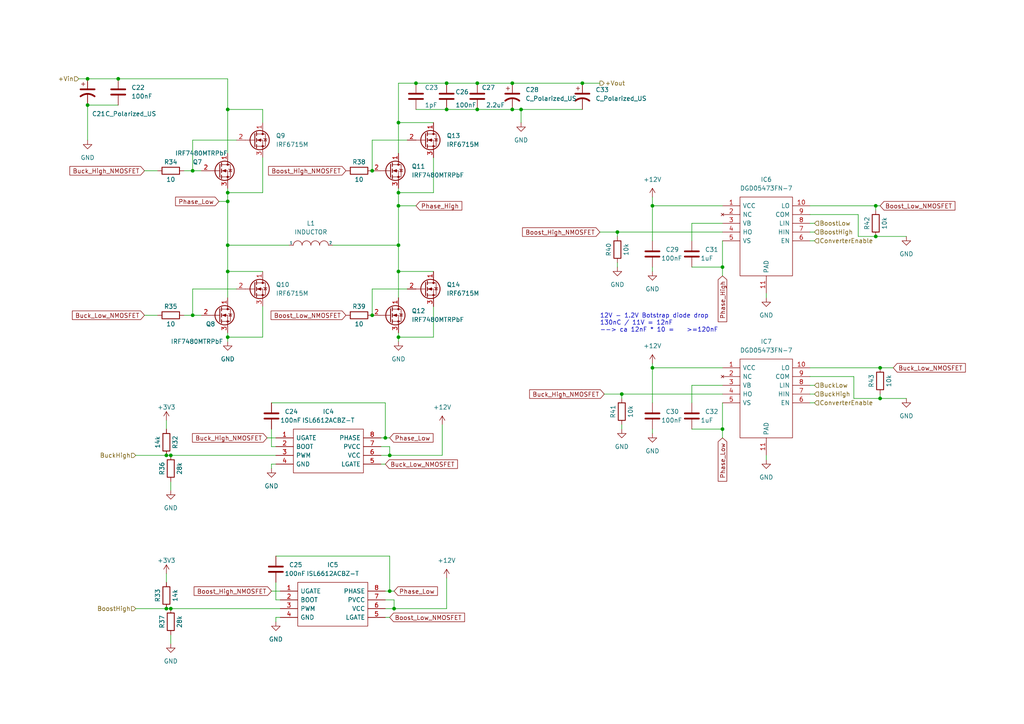
<source format=kicad_sch>
(kicad_sch (version 20211123) (generator eeschema)
  (paper "A4")
  (lib_symbols
    (symbol "Device:C" (pin_numbers hide) (pin_names (offset 0.254))
      (property "Reference" "C" (at 0.635 2.54 0))
      (property "Value" "C" (at 0.635 -2.54 0))
      (symbol "C_0_1"
        (polyline (pts (xy -2.032 -0.762) (xy 2.032 -0.762)) (stroke (width 0.508)))
        (polyline (pts (xy -2.032 0.762) (xy 2.032 0.762)) (stroke (width 0.508)))
      )
      (symbol "C_1_1"
        (pin passive line (at 0 3.81 270) (length 2.794) (name "~") (number "1"))
        (pin passive line (at 0 -3.81 90) (length 2.794) (name "~") (number "2"))
      )
    )
    (symbol "Device:C_Polarized_US" (pin_numbers hide) (pin_names (offset 0.254) hide)
      (property "Reference" "C" (at 0.635 2.54 0))
      (property "Value" "C_Polarized_US" (at 0.635 -2.54 0))
      (symbol "C_Polarized_US_0_1"
        (polyline (pts (xy -2.032 0.762) (xy 2.032 0.762)) (stroke (width 0.508)))
        (polyline (pts (xy -1.778 2.286) (xy -0.762 2.286)))
        (polyline (pts (xy -1.27 1.778) (xy -1.27 2.794)))
        (arc (start 2.032 -1.27) (mid 0 -0.5572) (end -2.032 -1.27) (stroke (width 0.508)))
      )
      (symbol "C_Polarized_US_1_1"
        (pin passive line (at 0 3.81 270) (length 2.794) (name "~") (number "1"))
        (pin passive line (at 0 -3.81 90) (length 3.302) (name "~") (number "2"))
      )
    )
    (symbol "Device:R" (pin_numbers hide) (pin_names (offset 0))
      (property "Reference" "R" (at 2.032 0 90))
      (property "Value" "R" (at 0 0 90))
      (symbol "R_0_1"
        (rectangle (start -1.016 -2.54) (end 1.016 2.54) (stroke (width 0.254)))
      )
      (symbol "R_1_1"
        (pin passive line (at 0 3.81 270) (length 1.27) (name "~") (number "1"))
        (pin passive line (at 0 -3.81 90) (length 1.27) (name "~") (number "2"))
      )
    )
    (symbol "SamacSys_Parts:DGD05473FN-7" (pin_names (offset 0.762))
      (property "Reference" "IC" (at 21.59 7.62 0))
      (property "Value" "DGD05473FN-7" (at 21.59 5.08 0))
      (symbol "DGD05473FN-7_0_0"
        (pin passive line (at 0 0 0) (length 5.08) (name "VCC") (number "1"))
        (pin passive line (at 25.4 0 180) (length 5.08) (name "LO") (number "10"))
        (pin passive line (at 12.7 -25.4 90) (length 5.08) (name "PAD") (number "11"))
        (pin no_connect line (at 0 -2.54 0) (length 5.08) (name "NC") (number "2"))
        (pin passive line (at 0 -5.08 0) (length 5.08) (name "VB") (number "3"))
        (pin passive line (at 0 -7.62 0) (length 5.08) (name "HO") (number "4"))
        (pin passive line (at 0 -10.16 0) (length 5.08) (name "VS") (number "5"))
        (pin passive line (at 25.4 -10.16 180) (length 5.08) (name "EN") (number "6"))
        (pin passive line (at 25.4 -7.62 180) (length 5.08) (name "HIN") (number "7"))
        (pin passive line (at 25.4 -5.08 180) (length 5.08) (name "LIN") (number "8"))
        (pin passive line (at 25.4 -2.54 180) (length 5.08) (name "COM") (number "9"))
      )
      (symbol "DGD05473FN-7_0_1"
        (polyline (pts (xy 5.08 2.54) (xy 20.32 2.54) (xy 20.32 -20.32) (xy 5.08 -20.32) (xy 5.08 2.54)) (stroke (width 0.1524)))
      )
    )
    (symbol "SamacSys_Parts:ISL6612ACBZ-T" (pin_names (offset 0.762))
      (property "Reference" "IC" (at 26.67 7.62 0))
      (property "Value" "ISL6612ACBZ-T" (at 26.67 5.08 0))
      (symbol "ISL6612ACBZ-T_0_0"
        (pin passive line (at 0 0 0) (length 5.08) (name "UGATE") (number "1"))
        (pin passive line (at 0 -2.54 0) (length 5.08) (name "BOOT") (number "2"))
        (pin passive line (at 0 -5.08 0) (length 5.08) (name "PWM") (number "3"))
        (pin passive line (at 0 -7.62 0) (length 5.08) (name "GND") (number "4"))
        (pin passive line (at 30.48 -7.62 180) (length 5.08) (name "LGATE") (number "5"))
        (pin passive line (at 30.48 -5.08 180) (length 5.08) (name "VCC") (number "6"))
        (pin passive line (at 30.48 -2.54 180) (length 5.08) (name "PVCC") (number "7"))
        (pin passive line (at 30.48 0 180) (length 5.08) (name "PHASE") (number "8"))
      )
      (symbol "ISL6612ACBZ-T_0_1"
        (polyline (pts (xy 5.08 2.54) (xy 25.4 2.54) (xy 25.4 -10.16) (xy 5.08 -10.16) (xy 5.08 2.54)) (stroke (width 0.1524)))
      )
    )
    (symbol "Transistor_FET:IRF60DM206" (pin_names hide)
      (property "Reference" "Q" (at 5.08 1.905 0))
      (property "Value" "IRF60DM206" (at 5.08 0 0))
      (symbol "IRF60DM206_0_1"
        (polyline (pts (xy 0.254 0) (xy -2.54 0)))
        (polyline (pts (xy 0.254 1.905) (xy 0.254 -1.905)) (stroke (width 0.254)))
        (polyline (pts (xy 0.762 -1.27) (xy 0.762 -2.286)) (stroke (width 0.254)))
        (polyline (pts (xy 0.762 0.508) (xy 0.762 -0.508)) (stroke (width 0.254)))
        (polyline (pts (xy 0.762 2.286) (xy 0.762 1.27)) (stroke (width 0.254)))
        (polyline (pts (xy 2.54 2.54) (xy 2.54 1.778)))
        (polyline (pts (xy 2.54 -2.54) (xy 2.54 0) (xy 0.762 0)))
        (polyline (pts (xy 0.762 -1.778) (xy 3.302 -1.778) (xy 3.302 1.778) (xy 0.762 1.778)))
        (polyline (pts (xy 1.016 0) (xy 2.032 0.381) (xy 2.032 -0.381) (xy 1.016 0)) (fill (type outline)))
        (polyline (pts (xy 2.794 0.508) (xy 2.921 0.381) (xy 3.683 0.381) (xy 3.81 0.254)))
        (polyline (pts (xy 3.302 0.381) (xy 2.921 -0.254) (xy 3.683 -0.254) (xy 3.302 0.381)))
        (circle (center 1.651 0) (radius 2.794) (stroke (width 0.254)))
        (circle (center 2.54 -1.778) (radius 0.254) (fill (type outline)))
        (circle (center 2.54 1.778) (radius 0.254) (fill (type outline)))
      )
      (symbol "IRF60DM206_1_1"
        (pin passive line (at 2.54 5.08 270) (length 2.54) (name "D") (number "1"))
        (pin input line (at -5.08 0 0) (length 2.54) (name "G") (number "2"))
        (pin passive line (at 2.54 -5.08 90) (length 2.54) (name "S") (number "3"))
      )
    )
    (symbol "Transistor_FET:IRF6715M" (pin_names hide)
      (property "Reference" "Q" (at 5.08 1.905 0))
      (property "Value" "IRF6715M" (at 5.08 0 0))
      (symbol "IRF6715M_0_1"
        (polyline (pts (xy 0.254 0) (xy -2.54 0)))
        (polyline (pts (xy 0.254 1.905) (xy 0.254 -1.905)) (stroke (width 0.254)))
        (polyline (pts (xy 0.762 -1.27) (xy 0.762 -2.286)) (stroke (width 0.254)))
        (polyline (pts (xy 0.762 0.508) (xy 0.762 -0.508)) (stroke (width 0.254)))
        (polyline (pts (xy 0.762 2.286) (xy 0.762 1.27)) (stroke (width 0.254)))
        (polyline (pts (xy 2.54 2.54) (xy 2.54 1.778)))
        (polyline (pts (xy 2.54 -2.54) (xy 2.54 0) (xy 0.762 0)))
        (polyline (pts (xy 0.762 -1.778) (xy 3.302 -1.778) (xy 3.302 1.778) (xy 0.762 1.778)))
        (polyline (pts (xy 1.016 0) (xy 2.032 0.381) (xy 2.032 -0.381) (xy 1.016 0)) (fill (type outline)))
        (polyline (pts (xy 2.794 0.508) (xy 2.921 0.381) (xy 3.683 0.381) (xy 3.81 0.254)))
        (polyline (pts (xy 3.302 0.381) (xy 2.921 -0.254) (xy 3.683 -0.254) (xy 3.302 0.381)))
        (circle (center 1.651 0) (radius 2.794) (stroke (width 0.254)))
        (circle (center 2.54 -1.778) (radius 0.254) (fill (type outline)))
        (circle (center 2.54 1.778) (radius 0.254) (fill (type outline)))
      )
      (symbol "IRF6715M_1_1"
        (pin passive line (at 2.54 5.08 270) (length 2.54) (name "D") (number "1"))
        (pin input line (at -5.08 0 0) (length 2.54) (name "G") (number "2"))
        (pin passive line (at 2.54 -5.08 90) (length 2.54) (name "S") (number "3"))
      )
    )
    (symbol "power:+12V" (power) (pin_names (offset 0))
      (property "Value" "+12V" (at 0 3.556 0))
      (symbol "+12V_0_1"
        (polyline (pts (xy -0.762 1.27) (xy 0 2.54)))
        (polyline (pts (xy 0 0) (xy 0 2.54)))
        (polyline (pts (xy 0 2.54) (xy 0.762 1.27)))
      )
      (symbol "+12V_1_1"
        (pin power_in line (at 0 0 90) (length 0) hide (name "+12V") (number "1"))
      )
    )
    (symbol "power:+3V3" (power) (pin_names (offset 0))
      (property "Value" "+3V3" (at 0 3.556 0))
      (symbol "+3V3_0_1"
        (polyline (pts (xy -0.762 1.27) (xy 0 2.54)))
        (polyline (pts (xy 0 0) (xy 0 2.54)))
        (polyline (pts (xy 0 2.54) (xy 0.762 1.27)))
      )
      (symbol "+3V3_1_1"
        (pin power_in line (at 0 0 90) (length 0) hide (name "+3V3") (number "1"))
      )
    )
    (symbol "power:GND" (power) (pin_names (offset 0))
      (property "Value" "GND" (at 0 -3.81 0))
      (symbol "GND_0_1"
        (polyline (pts (xy 0 0) (xy 0 -1.27) (xy 1.27 -1.27) (xy 0 -2.54) (xy -1.27 -1.27) (xy 0 -1.27)))
      )
      (symbol "GND_1_1"
        (pin power_in line (at 0 0 270) (length 0) hide (name "GND") (number "1"))
      )
    )
    (symbol "pspice:INDUCTOR" (pin_numbers hide) (pin_names (offset 0))
      (property "Reference" "L" (at 0 2.54 0))
      (property "Value" "INDUCTOR" (at 0 -1.27 0))
      (symbol "INDUCTOR_0_1"
        (arc (start -2.54 0) (mid -3.81 1.27) (end -5.08 0))
        (arc (start 0 0) (mid -1.27 1.27) (end -2.54 0))
        (arc (start 2.54 0) (mid 1.27 1.27) (end 0 0))
        (arc (start 5.08 0) (mid 3.81 1.27) (end 2.54 0))
      )
      (symbol "INDUCTOR_1_1"
        (pin input line (at -6.35 0 0) (length 1.27) (name "1") (number "1"))
        (pin input line (at 6.35 0 180) (length 1.27) (name "2") (number "2"))
      )
    )
  )
  (junction (at 151.13 31.75))
  (junction (at 66.04 71.12))
  (junction (at 115.57 97.79))
  (junction (at 48.26 176.53))
  (junction (at 180.34 114.3))
  (junction (at 66.04 97.79))
  (junction (at 148.59 24.13))
  (junction (at 113.03 171.45))
  (junction (at 138.43 31.75))
  (junction (at 254 59.69))
  (junction (at 107.95 49.53))
  (junction (at 129.54 31.75))
  (junction (at 48.26 132.08))
  (junction (at 209.55 124.46))
  (junction (at 34.29 22.86))
  (junction (at 179.07 67.31))
  (junction (at 115.57 78.74))
  (junction (at 254 68.58))
  (junction (at 66.04 78.74))
  (junction (at 25.4 22.86))
  (junction (at 189.23 59.69))
  (junction (at 115.57 71.12))
  (junction (at 115.57 59.69))
  (junction (at 120.65 24.13))
  (junction (at 255.27 115.57))
  (junction (at 189.23 106.68))
  (junction (at 129.54 24.13))
  (junction (at 107.95 91.44))
  (junction (at 111.76 127))
  (junction (at 168.91 24.13))
  (junction (at 115.57 35.56))
  (junction (at 49.53 176.53))
  (junction (at 25.4 30.48))
  (junction (at 138.43 24.13))
  (junction (at 113.03 132.08))
  (junction (at 148.59 31.75))
  (junction (at 114.3 176.53))
  (junction (at 55.88 49.53))
  (junction (at 49.53 132.08))
  (junction (at 55.88 91.44))
  (junction (at 66.04 55.88))
  (junction (at 255.27 106.68))
  (junction (at 209.55 77.47))
  (junction (at 66.04 31.75))
  (junction (at 115.57 55.88))
  (junction (at 66.04 58.42))
  (wire (pts (xy 76.2 55.88) (xy 66.04 55.88)))
  (wire (pts (xy 209.55 124.46) (xy 209.55 127)))
  (wire (pts (xy 189.23 105.41) (xy 189.23 106.68)))
  (wire (pts (xy 80.01 161.29) (xy 113.03 161.29)))
  (wire (pts (xy 200.66 77.47) (xy 209.55 77.47)))
  (wire (pts (xy 78.74 171.45) (xy 81.28 171.45)))
  (wire (pts (xy 114.3 176.53) (xy 111.76 176.53)))
  (wire (pts (xy 53.34 91.44) (xy 55.88 91.44)))
  (wire (pts (xy 125.73 88.9) (xy 125.73 97.79)))
  (wire (pts (xy 234.95 106.68) (xy 255.27 106.68)))
  (wire (pts (xy 66.04 54.61) (xy 66.04 55.88)))
  (wire (pts (xy 151.13 31.75) (xy 151.13 35.56)))
  (wire (pts (xy 129.54 31.75) (xy 138.43 31.75)))
  (wire (pts (xy 115.57 78.74) (xy 115.57 86.36)))
  (wire (pts (xy 111.76 173.99) (xy 114.3 173.99)))
  (wire (pts (xy 107.95 83.82) (xy 107.95 91.44)))
  (wire (pts (xy 25.4 22.86) (xy 34.29 22.86)))
  (wire (pts (xy 48.26 132.08) (xy 49.53 132.08)))
  (wire (pts (xy 189.23 125.73) (xy 189.23 124.46)))
  (wire (pts (xy 151.13 31.75) (xy 148.59 31.75)))
  (wire (pts (xy 22.86 22.86) (xy 25.4 22.86)))
  (wire (pts (xy 80.01 168.91) (xy 80.01 173.99)))
  (wire (pts (xy 34.29 22.86) (xy 66.04 22.86)))
  (wire (pts (xy 234.95 69.85) (xy 236.22 69.85)))
  (wire (pts (xy 189.23 57.15) (xy 189.23 59.69)))
  (wire (pts (xy 76.2 88.9) (xy 76.2 97.79)))
  (wire (pts (xy 78.74 116.84) (xy 111.76 116.84)))
  (wire (pts (xy 247.65 115.57) (xy 247.65 109.22)))
  (wire (pts (xy 66.04 55.88) (xy 66.04 58.42)))
  (wire (pts (xy 125.73 97.79) (xy 115.57 97.79)))
  (wire (pts (xy 129.54 24.13) (xy 120.65 24.13)))
  (wire (pts (xy 189.23 106.68) (xy 189.23 116.84)))
  (wire (pts (xy 25.4 30.48) (xy 34.29 30.48)))
  (wire (pts (xy 180.34 123.19) (xy 180.34 124.46)))
  (wire (pts (xy 113.03 179.07) (xy 111.76 179.07)))
  (wire (pts (xy 55.88 40.64) (xy 68.58 40.64)))
  (wire (pts (xy 111.76 127) (xy 110.49 127)))
  (wire (pts (xy 128.27 132.08) (xy 113.03 132.08)))
  (wire (pts (xy 111.76 134.62) (xy 110.49 134.62)))
  (wire (pts (xy 189.23 59.69) (xy 209.55 59.69)))
  (wire (pts (xy 78.74 129.54) (xy 80.01 129.54)))
  (wire (pts (xy 66.04 31.75) (xy 66.04 44.45)))
  (wire (pts (xy 107.95 83.82) (xy 118.11 83.82)))
  (wire (pts (xy 49.53 176.53) (xy 81.28 176.53)))
  (wire (pts (xy 179.07 77.47) (xy 179.07 76.2)))
  (wire (pts (xy 236.22 111.76) (xy 234.95 111.76)))
  (wire (pts (xy 41.91 91.44) (xy 45.72 91.44)))
  (wire (pts (xy 200.66 124.46) (xy 209.55 124.46)))
  (wire (pts (xy 107.95 40.64) (xy 118.11 40.64)))
  (wire (pts (xy 125.73 45.72) (xy 125.73 55.88)))
  (wire (pts (xy 114.3 173.99) (xy 114.3 176.53)))
  (wire (pts (xy 125.73 55.88) (xy 115.57 55.88)))
  (wire (pts (xy 115.57 59.69) (xy 120.65 59.69)))
  (wire (pts (xy 48.26 176.53) (xy 49.53 176.53)))
  (wire (pts (xy 248.92 62.23) (xy 234.95 62.23)))
  (wire (pts (xy 49.53 132.08) (xy 80.01 132.08)))
  (wire (pts (xy 115.57 97.79) (xy 115.57 96.52)))
  (wire (pts (xy 129.54 167.64) (xy 129.54 176.53)))
  (wire (pts (xy 76.2 45.72) (xy 76.2 55.88)))
  (wire (pts (xy 115.57 35.56) (xy 115.57 44.45)))
  (wire (pts (xy 209.55 77.47) (xy 209.55 80.01)))
  (wire (pts (xy 200.66 64.77) (xy 209.55 64.77)))
  (wire (pts (xy 236.22 64.77) (xy 234.95 64.77)))
  (wire (pts (xy 48.26 121.92) (xy 48.26 124.46)))
  (wire (pts (xy 128.27 123.19) (xy 128.27 132.08)))
  (wire (pts (xy 115.57 59.69) (xy 115.57 71.12)))
  (wire (pts (xy 63.5 58.42) (xy 66.04 58.42)))
  (wire (pts (xy 78.74 134.62) (xy 80.01 134.62)))
  (wire (pts (xy 168.91 31.75) (xy 151.13 31.75)))
  (wire (pts (xy 115.57 35.56) (xy 125.73 35.56)))
  (wire (pts (xy 120.65 24.13) (xy 115.57 24.13)))
  (wire (pts (xy 77.47 127) (xy 80.01 127)))
  (wire (pts (xy 254 68.58) (xy 248.92 68.58)))
  (wire (pts (xy 55.88 40.64) (xy 55.88 49.53)))
  (wire (pts (xy 66.04 71.12) (xy 66.04 78.74)))
  (wire (pts (xy 115.57 55.88) (xy 115.57 59.69)))
  (wire (pts (xy 55.88 91.44) (xy 58.42 91.44)))
  (wire (pts (xy 189.23 59.69) (xy 189.23 69.85)))
  (wire (pts (xy 78.74 134.62) (xy 78.74 135.89)))
  (wire (pts (xy 55.88 83.82) (xy 55.88 91.44)))
  (wire (pts (xy 247.65 109.22) (xy 234.95 109.22)))
  (wire (pts (xy 236.22 67.31) (xy 234.95 67.31)))
  (wire (pts (xy 80.01 173.99) (xy 81.28 173.99)))
  (wire (pts (xy 255.27 59.69) (xy 254 59.69)))
  (wire (pts (xy 209.55 69.85) (xy 209.55 77.47)))
  (wire (pts (xy 189.23 106.68) (xy 209.55 106.68)))
  (wire (pts (xy 114.3 171.45) (xy 113.03 171.45)))
  (wire (pts (xy 78.74 124.46) (xy 78.74 129.54)))
  (wire (pts (xy 66.04 31.75) (xy 76.2 31.75)))
  (wire (pts (xy 115.57 99.06) (xy 115.57 97.79)))
  (wire (pts (xy 138.43 31.75) (xy 148.59 31.75)))
  (wire (pts (xy 254 59.69) (xy 234.95 59.69)))
  (wire (pts (xy 113.03 132.08) (xy 110.49 132.08)))
  (wire (pts (xy 180.34 115.57) (xy 180.34 114.3)))
  (wire (pts (xy 254 60.96) (xy 254 59.69)))
  (wire (pts (xy 168.91 24.13) (xy 148.59 24.13)))
  (wire (pts (xy 110.49 129.54) (xy 113.03 129.54)))
  (wire (pts (xy 262.89 115.57) (xy 255.27 115.57)))
  (wire (pts (xy 255.27 114.3) (xy 255.27 115.57)))
  (wire (pts (xy 209.55 116.84) (xy 209.55 124.46)))
  (wire (pts (xy 255.27 115.57) (xy 247.65 115.57)))
  (wire (pts (xy 66.04 97.79) (xy 66.04 96.52)))
  (wire (pts (xy 96.52 71.12) (xy 115.57 71.12)))
  (wire (pts (xy 179.07 67.31) (xy 209.55 67.31)))
  (wire (pts (xy 248.92 68.58) (xy 248.92 62.23)))
  (wire (pts (xy 113.03 171.45) (xy 111.76 171.45)))
  (wire (pts (xy 115.57 54.61) (xy 115.57 55.88)))
  (wire (pts (xy 39.37 132.08) (xy 48.26 132.08)))
  (wire (pts (xy 66.04 99.06) (xy 66.04 97.79)))
  (wire (pts (xy 222.25 133.35) (xy 222.25 132.08)))
  (wire (pts (xy 189.23 78.74) (xy 189.23 77.47)))
  (wire (pts (xy 49.53 184.15) (xy 49.53 186.69)))
  (wire (pts (xy 49.53 139.7) (xy 49.53 142.24)))
  (wire (pts (xy 25.4 30.48) (xy 25.4 40.64)))
  (wire (pts (xy 138.43 24.13) (xy 129.54 24.13)))
  (wire (pts (xy 66.04 22.86) (xy 66.04 31.75)))
  (wire (pts (xy 259.08 106.68) (xy 255.27 106.68)))
  (wire (pts (xy 41.91 49.53) (xy 45.72 49.53)))
  (wire (pts (xy 173.99 24.13) (xy 168.91 24.13)))
  (wire (pts (xy 222.25 86.36) (xy 222.25 85.09)))
  (wire (pts (xy 200.66 111.76) (xy 209.55 111.76)))
  (wire (pts (xy 175.26 114.3) (xy 180.34 114.3)))
  (wire (pts (xy 115.57 71.12) (xy 115.57 78.74)))
  (wire (pts (xy 76.2 97.79) (xy 66.04 97.79)))
  (wire (pts (xy 234.95 116.84) (xy 236.22 116.84)))
  (wire (pts (xy 115.57 78.74) (xy 125.73 78.74)))
  (wire (pts (xy 113.03 161.29) (xy 113.03 171.45)))
  (wire (pts (xy 262.89 68.58) (xy 254 68.58)))
  (wire (pts (xy 200.66 69.85) (xy 200.66 64.77)))
  (wire (pts (xy 129.54 176.53) (xy 114.3 176.53)))
  (wire (pts (xy 113.03 129.54) (xy 113.03 132.08)))
  (wire (pts (xy 39.37 176.53) (xy 48.26 176.53)))
  (wire (pts (xy 80.01 179.07) (xy 81.28 179.07)))
  (wire (pts (xy 53.34 49.53) (xy 55.88 49.53)))
  (wire (pts (xy 138.43 24.13) (xy 148.59 24.13)))
  (wire (pts (xy 55.88 83.82) (xy 68.58 83.82)))
  (wire (pts (xy 111.76 116.84) (xy 111.76 127)))
  (wire (pts (xy 66.04 78.74) (xy 76.2 78.74)))
  (wire (pts (xy 173.99 67.31) (xy 179.07 67.31)))
  (wire (pts (xy 115.57 24.13) (xy 115.57 35.56)))
  (wire (pts (xy 66.04 58.42) (xy 66.04 71.12)))
  (wire (pts (xy 48.26 166.37) (xy 48.26 168.91)))
  (wire (pts (xy 76.2 31.75) (xy 76.2 35.56)))
  (wire (pts (xy 113.03 127) (xy 111.76 127)))
  (wire (pts (xy 107.95 40.64) (xy 107.95 49.53)))
  (wire (pts (xy 179.07 68.58) (xy 179.07 67.31)))
  (wire (pts (xy 66.04 78.74) (xy 66.04 86.36)))
  (wire (pts (xy 180.34 114.3) (xy 209.55 114.3)))
  (wire (pts (xy 200.66 116.84) (xy 200.66 111.76)))
  (wire (pts (xy 120.65 31.75) (xy 129.54 31.75)))
  (wire (pts (xy 66.04 71.12) (xy 83.82 71.12)))
  (wire (pts (xy 55.88 49.53) (xy 58.42 49.53)))
  (wire (pts (xy 80.01 179.07) (xy 80.01 180.34)))
  (wire (pts (xy 236.22 114.3) (xy 234.95 114.3)))
  (text "12V - 1.2V Botstrap diode drop \n130nC / 11V = 12nF\n--> ca 12nF * 10 = 	>=120nF" (at 173.99 96.52 0) (effects (font (size 1.27 1.27)) (justify left bottom)))
  (global_label "Buck_High_NMOSFET" (shape input) (at 175.26 114.3 180) (property "Intersheet References" "${INTERSHEET_REFS}" (effects hide)))
  (global_label "Phase_High" (shape input) (at 209.55 80.01 270) (property "Intersheet References" "${INTERSHEET_REFS}" (effects hide)))
  (global_label "Phase_Low" (shape input) (at 209.55 127 270) (property "Intersheet References" "${INTERSHEET_REFS}" (effects hide)))
  (global_label "Boost_High_NMOSFET" (shape input) (at 100.33 49.53 180) (property "Intersheet References" "${INTERSHEET_REFS}" (effects hide)))
  (global_label "Buck_Low_NMOSFET" (shape input) (at 259.08 106.68 0) (property "Intersheet References" "${INTERSHEET_REFS}" (effects hide)))
  (global_label "Boost_High_NMOSFET" (shape input) (at 78.74 171.45 180) (property "Intersheet References" "${INTERSHEET_REFS}" (effects hide)))
  (global_label "Buck_High_NMOSFET" (shape input) (at 41.91 49.53 180) (property "Intersheet References" "${INTERSHEET_REFS}" (effects hide)))
  (global_label "Phase_Low" (shape input) (at 63.5 58.42 180) (property "Intersheet References" "${INTERSHEET_REFS}" (effects hide)))
  (global_label "Boost_Low_NMOSFET" (shape input) (at 100.33 91.44 180) (property "Intersheet References" "${INTERSHEET_REFS}" (effects hide)))
  (global_label "Boost_High_NMOSFET" (shape input) (at 173.99 67.31 180) (property "Intersheet References" "${INTERSHEET_REFS}" (effects hide)))
  (global_label "Boost_Low_NMOSFET" (shape input) (at 255.27 59.69 0) (property "Intersheet References" "${INTERSHEET_REFS}" (effects hide)))
  (global_label "Buck_Low_NMOSFET" (shape input) (at 41.91 91.44 180) (property "Intersheet References" "${INTERSHEET_REFS}" (effects hide)))
  (global_label "Phase_High" (shape input) (at 120.65 59.69 0) (property "Intersheet References" "${INTERSHEET_REFS}" (effects hide)))
  (global_label "Buck_High_NMOSFET" (shape input) (at 77.47 127 180) (property "Intersheet References" "${INTERSHEET_REFS}" (effects hide)))
  (global_label "Phase_Low" (shape input) (at 113.03 127 0) (property "Intersheet References" "${INTERSHEET_REFS}" (effects hide)))
  (global_label "Buck_Low_NMOSFET" (shape input) (at 111.76 134.62 0) (property "Intersheet References" "${INTERSHEET_REFS}" (effects hide)))
  (global_label "Boost_Low_NMOSFET" (shape input) (at 113.03 179.07 0) (property "Intersheet References" "${INTERSHEET_REFS}" (effects hide)))
  (global_label "Phase_Low" (shape input) (at 114.3 171.45 0) (property "Intersheet References" "${INTERSHEET_REFS}" (effects hide)))
  (hierarchical_label "BoostHigh" (shape input) (at 236.22 67.31 0))
  (hierarchical_label "BoostLow" (shape input) (at 236.22 64.77 0))
  (hierarchical_label "+Vout" (shape output) (at 173.99 24.13 0))
  (hierarchical_label "BuckHigh" (shape input) (at 39.37 132.08 180))
  (hierarchical_label "ConverterEnable" (shape input) (at 236.22 116.84 0))
  (hierarchical_label "ConverterEnable" (shape input) (at 236.22 69.85 0))
  (hierarchical_label "+Vin" (shape input) (at 22.86 22.86 180))
  (hierarchical_label "BuckLow" (shape input) (at 236.22 111.76 0))
  (hierarchical_label "BoostHigh" (shape input) (at 39.37 176.53 180))
  (hierarchical_label "BuckHigh" (shape input) (at 236.22 114.3 0))
  (symbol (lib_id "SamacSys_Parts:DGD05473FN-7") (at 209.55 59.69 0) (unit 1)
    (property "Reference" "IC6" (at 222.25 52.07 0))
    (property "Value" "DGD05473FN-7" (at 222.25 54.61 0))
    (property "Footprint" "SamacSys_Parts:SON50P300X300X80-11N-D" (effects hide))
    (property "Datasheet" "https://www.diodes.com/assets/Datasheets/DGD05473.pdf" (effects hide))
    (property "Description" "HV Gate Driver W-DFN3030-10 T&R 3K" (effects hide))
    (property "Height" "0.8" (effects hide))
    (property "Manufacturer_Name" "Diodes Inc." (effects hide))
    (property "Manufacturer_Part_Number" "DGD05473FN-7" (effects hide))
    (property "Mouser Part Number" "621-DGD05473FN-7" (effects hide))
    (property "Mouser Price/Stock" "https://www.mouser.co.uk/ProductDetail/Diodes-Incorporated/DGD05473FN-7?qs=W0yvOO0ixfECV6JdMBa%2F6g%3D%3D" (effects hide))
    (property "Arrow Part Number" "DGD05473FN-7" (effects hide))
    (property "Arrow Price/Stock" "https://www.arrow.com/en/products/dgd05473fn-7/diodes-incorporated?region=nac" (effects hide))
  )
  (symbol (lib_id "Device:R") (at 49.53 91.44 270) (unit 1)
    (property "Reference" "R35" (at 49.53 88.9 90))
    (property "Value" "10" (at 49.53 93.98 90))
    (property "Footprint" "Resistor_SMD:R_0805_2012Metric_Pad1.20x1.40mm_HandSolder" (effects hide))
  )
  (symbol (lib_id "Device:C_Polarized_US") (at 168.91 27.94 0) (unit 1)
    (property "Reference" "C33" (at 172.72 26.0349 0) (effects (justify left)))
    (property "Value" "C_Polarized_US" (at 172.72 28.5749 0) (effects (justify left)))
    (property "Footprint" "Capacitor_THT:CP_Radial_D10.0mm_P5.00mm" (effects hide))
  )
  (symbol (lib_id "power:GND") (at 222.25 86.36 0) (unit 1)
    (property "Reference" "#PWR0176" (effects hide))
    (property "Value" "GND" (at 222.25 91.44 0))
  )
  (symbol (lib_id "Device:C") (at 120.65 27.94 0) (unit 1)
    (property "Reference" "C23" (at 123.19 25.4 0) (effects (justify left)))
    (property "Value" "1pF" (at 123.19 30.48 0) (effects (justify left)))
    (property "Footprint" "Capacitor_SMD:C_0805_2012Metric_Pad1.18x1.45mm_HandSolder" (effects hide))
  )
  (symbol (lib_id "power:GND") (at 66.04 99.06 0) (unit 1)
    (property "Reference" "#PWR0182" (effects hide))
    (property "Value" "GND" (at 66.04 104.14 0))
  )
  (symbol (lib_id "Transistor_FET:IRF6715M") (at 73.66 40.64 0) (unit 1)
    (property "Reference" "Q9" (at 80.01 39.3699 0) (effects (justify left)))
    (property "Value" "IRF6715M" (at 80.01 41.9099 0) (effects (justify left)))
    (property "Footprint" "Package_DirectFET:DirectFET_MX" (effects hide))
    (property "Datasheet" "https://www.infineon.com/dgdl/irf6715mpbf.pdf?fileId=5546d462533600a4015355ed0d221a82" (effects hide))
  )
  (symbol (lib_id "power:GND") (at 25.4 40.64 0) (unit 1)
    (property "Reference" "#PWR0173" (effects hide))
    (property "Value" "GND" (at 25.4 45.72 0))
  )
  (symbol (lib_id "power:GND") (at 80.01 180.34 0) (unit 1)
    (property "Reference" "#PWR0186" (effects hide))
    (property "Value" "GND" (at 80.01 185.42 0))
  )
  (symbol (lib_id "Device:R") (at 180.34 119.38 0) (unit 1)
    (property "Reference" "R41" (at 177.8 119.38 90))
    (property "Value" "10k" (at 182.88 119.38 90))
    (property "Footprint" "Resistor_SMD:R_0603_1608Metric_Pad0.98x0.95mm_HandSolder" (effects hide))
  )
  (symbol (lib_id "power:GND") (at 189.23 125.73 0) (unit 1)
    (property "Reference" "#PWR0175" (effects hide))
    (property "Value" "GND" (at 189.23 130.81 0))
  )
  (symbol (lib_id "Device:C") (at 78.74 120.65 0) (unit 1)
    (property "Reference" "C24" (at 82.55 119.3799 0) (effects (justify left)))
    (property "Value" "100nF" (at 81.28 121.92 0) (effects (justify left)))
    (property "Footprint" "Capacitor_SMD:C_0805_2012Metric_Pad1.18x1.45mm_HandSolder" (effects hide))
  )
  (symbol (lib_id "power:GND") (at 49.53 186.69 0) (unit 1)
    (property "Reference" "#PWR0188" (effects hide))
    (property "Value" "GND" (at 49.53 191.77 0))
  )
  (symbol (lib_id "power:GND") (at 262.89 68.58 0) (unit 1)
    (property "Reference" "#PWR0184" (effects hide))
    (property "Value" "GND" (at 262.89 73.66 0))
  )
  (symbol (lib_id "power:+12V") (at 189.23 57.15 0) (unit 1)
    (property "Reference" "#PWR0177" (effects hide))
    (property "Value" "+12V" (at 189.23 52.07 0))
  )
  (symbol (lib_id "Device:R") (at 255.27 110.49 0) (unit 1)
    (property "Reference" "R43" (at 252.73 110.49 90))
    (property "Value" "10k" (at 257.81 110.49 90))
    (property "Footprint" "Resistor_SMD:R_0603_1608Metric_Pad0.98x0.95mm_HandSolder" (effects hide))
  )
  (symbol (lib_id "power:GND") (at 115.57 99.06 0) (unit 1)
    (property "Reference" "#PWR0183" (effects hide))
    (property "Value" "GND" (at 115.57 104.14 0))
  )
  (symbol (lib_id "Transistor_FET:IRF60DM206") (at 63.5 49.53 0) (unit 1)
    (property "Reference" "Q7" (at 55.88 46.99 0) (effects (justify left)))
    (property "Value" "IRF7480MTRPbF" (at 50.8 44.45 0) (effects (justify left)))
    (property "Footprint" "Package_DirectFET:DirectFET_ME" (effects hide))
    (property "Datasheet" "https://www.infineon.com/dgdl/irf60dm206.pdf?fileId=5546d462533600a4015355e433aa19ca" (effects hide))
  )
  (symbol (lib_id "Transistor_FET:IRF60DM206") (at 113.03 91.44 0) (unit 1)
    (property "Reference" "Q12" (at 119.38 90.1699 0) (effects (justify left)))
    (property "Value" "IRF7480MTRPbF" (at 119.38 92.7099 0) (effects (justify left)))
    (property "Footprint" "Package_DirectFET:DirectFET_ME" (effects hide))
    (property "Datasheet" "https://www.infineon.com/dgdl/irf60dm206.pdf?fileId=5546d462533600a4015355e433aa19ca" (effects hide))
  )
  (symbol (lib_id "SamacSys_Parts:ISL6612ACBZ-T") (at 80.01 127 0) (unit 1)
    (property "Reference" "IC4" (at 95.25 119.38 0))
    (property "Value" "ISL6612ACBZ-T" (at 95.25 121.92 0))
    (property "Footprint" "SamacSys_Parts:SOIC127P600X175-8N" (effects hide))
    (property "Datasheet" "https://www.renesas.com/en-us/www/doc/datasheet/isl6612a-13a.pdf" (effects hide))
    (property "Description" "Synchronous Drivers for Multiphase PWM Advanced Synchronous Rectified Buck MOSFET Drivers with Pre-POR OVP" (effects hide))
    (property "Height" "1.75" (effects hide))
    (property "Manufacturer_Name" "Renesas Electronics" (effects hide))
    (property "Manufacturer_Part_Number" "ISL6612ACBZ-T" (effects hide))
    (property "Mouser Part Number" "968-ISL6612ACBZ-T" (effects hide))
    (property "Mouser Price/Stock" "https://www.mouser.co.uk/ProductDetail/Renesas-Intersil/ISL6612ACBZ-T?qs=9fLuogzTs8J1vysItgeVmA%3D%3D" (effects hide))
  )
  (symbol (lib_id "power:+12V") (at 129.54 167.64 0) (unit 1)
    (property "Reference" "#PWR0169" (effects hide))
    (property "Value" "+12V" (at 129.54 162.56 0))
  )
  (symbol (lib_id "Transistor_FET:IRF60DM206") (at 63.5 91.44 0) (unit 1)
    (property "Reference" "Q8" (at 59.69 93.98 0) (effects (justify left)))
    (property "Value" "IRF7480MTRPbF" (at 49.53 99.06 0) (effects (justify left)))
    (property "Footprint" "Package_DirectFET:DirectFET_ME" (effects hide))
    (property "Datasheet" "https://www.infineon.com/dgdl/irf60dm206.pdf?fileId=5546d462533600a4015355e433aa19ca" (effects hide))
  )
  (symbol (lib_id "Device:R") (at 49.53 49.53 270) (unit 1)
    (property "Reference" "R34" (at 49.53 46.99 90))
    (property "Value" "10" (at 49.53 52.07 90))
    (property "Footprint" "Resistor_SMD:R_0805_2012Metric_Pad1.20x1.40mm_HandSolder" (effects hide))
  )
  (symbol (lib_id "power:GND") (at 189.23 78.74 0) (unit 1)
    (property "Reference" "#PWR0180" (effects hide))
    (property "Value" "GND" (at 189.23 83.82 0))
  )
  (symbol (lib_id "power:GND") (at 179.07 77.47 0) (unit 1)
    (property "Reference" "#PWR0181" (effects hide))
    (property "Value" "GND" (at 179.07 82.55 0))
  )
  (symbol (lib_id "Device:R") (at 49.53 135.89 0) (unit 1)
    (property "Reference" "R36" (at 46.99 135.89 90))
    (property "Value" "28k" (at 52.07 135.89 90))
    (property "Footprint" "Resistor_SMD:R_0603_1608Metric_Pad0.98x0.95mm_HandSolder" (effects hide))
  )
  (symbol (lib_id "power:GND") (at 222.25 133.35 0) (unit 1)
    (property "Reference" "#PWR0178" (effects hide))
    (property "Value" "GND" (at 222.25 138.43 0))
  )
  (symbol (lib_id "power:+12V") (at 189.23 105.41 0) (unit 1)
    (property "Reference" "#PWR0179" (effects hide))
    (property "Value" "+12V" (at 189.23 100.33 0))
  )
  (symbol (lib_id "pspice:INDUCTOR") (at 90.17 71.12 0) (unit 1)
    (property "Reference" "L1" (at 90.17 64.77 0))
    (property "Value" "INDUCTOR" (at 90.17 67.31 0))
  )
  (symbol (lib_id "power:GND") (at 151.13 35.56 0) (unit 1)
    (property "Reference" "#PWR0172" (effects hide))
    (property "Value" "GND" (at 151.13 40.64 0))
  )
  (symbol (lib_id "Device:C") (at 34.29 26.67 0) (unit 1)
    (property "Reference" "C22" (at 38.1 25.3999 0) (effects (justify left)))
    (property "Value" "100nF" (at 38.1 27.9399 0) (effects (justify left)))
    (property "Footprint" "Capacitor_SMD:C_0805_2012Metric_Pad1.18x1.45mm_HandSolder" (effects hide))
  )
  (symbol (lib_id "Device:R") (at 104.14 91.44 270) (unit 1)
    (property "Reference" "R39" (at 104.14 88.9 90))
    (property "Value" "10" (at 104.14 93.98 90))
    (property "Footprint" "Resistor_SMD:R_0805_2012Metric_Pad1.20x1.40mm_HandSolder" (effects hide))
  )
  (symbol (lib_id "Device:R") (at 48.26 172.72 0) (unit 1)
    (property "Reference" "R33" (at 45.72 172.72 90))
    (property "Value" "14k" (at 50.8 172.72 90))
    (property "Footprint" "Resistor_SMD:R_0603_1608Metric_Pad0.98x0.95mm_HandSolder" (effects hide))
  )
  (symbol (lib_id "SamacSys_Parts:ISL6612ACBZ-T") (at 81.28 171.45 0) (unit 1)
    (property "Reference" "IC5" (at 96.52 163.83 0))
    (property "Value" "ISL6612ACBZ-T" (at 96.52 166.37 0))
    (property "Footprint" "SamacSys_Parts:SOIC127P600X175-8N" (effects hide))
    (property "Datasheet" "https://www.renesas.com/en-us/www/doc/datasheet/isl6612a-13a.pdf" (effects hide))
    (property "Description" "Synchronous Drivers for Multiphase PWM Advanced Synchronous Rectified Buck MOSFET Drivers with Pre-POR OVP" (effects hide))
    (property "Height" "1.75" (effects hide))
    (property "Manufacturer_Name" "Renesas Electronics" (effects hide))
    (property "Manufacturer_Part_Number" "ISL6612ACBZ-T" (effects hide))
    (property "Mouser Part Number" "968-ISL6612ACBZ-T" (effects hide))
    (property "Mouser Price/Stock" "https://www.mouser.co.uk/ProductDetail/Renesas-Intersil/ISL6612ACBZ-T?qs=9fLuogzTs8J1vysItgeVmA%3D%3D" (effects hide))
  )
  (symbol (lib_id "power:+12V") (at 128.27 123.19 0) (unit 1)
    (property "Reference" "#PWR0171" (effects hide))
    (property "Value" "+12V" (at 128.27 118.11 0))
  )
  (symbol (lib_id "power:GND") (at 180.34 124.46 0) (unit 1)
    (property "Reference" "#PWR0174" (effects hide))
    (property "Value" "GND" (at 180.34 129.54 0))
  )
  (symbol (lib_id "power:GND") (at 78.74 135.89 0) (unit 1)
    (property "Reference" "#PWR0170" (effects hide))
    (property "Value" "GND" (at 78.74 140.97 0))
  )
  (symbol (lib_id "Device:C") (at 189.23 120.65 0) (unit 1)
    (property "Reference" "C30" (at 193.04 119.3799 0) (effects (justify left)))
    (property "Value" "100nF" (at 191.77 121.92 0) (effects (justify left)))
    (property "Footprint" "Capacitor_SMD:C_0805_2012Metric_Pad1.18x1.45mm_HandSolder" (effects hide))
  )
  (symbol (lib_id "Device:C_Polarized_US") (at 25.4 26.67 0) (unit 1)
    (property "Reference" "C21" (at 26.67 33.02 0) (effects (justify left)))
    (property "Value" "C_Polarized_US" (at 30.48 33.02 0) (effects (justify left)))
    (property "Footprint" "Capacitor_THT:CP_Radial_D10.0mm_P5.00mm" (effects hide))
  )
  (symbol (lib_id "Device:C") (at 129.54 27.94 0) (unit 1)
    (property "Reference" "C26" (at 132.08 26.67 0) (effects (justify left)))
    (property "Value" "100nF" (at 132.08 30.48 0) (effects (justify left)))
    (property "Footprint" "Capacitor_SMD:C_0805_2012Metric_Pad1.18x1.45mm_HandSolder" (effects hide))
  )
  (symbol (lib_id "power:+3V3") (at 48.26 166.37 0) (unit 1)
    (property "Reference" "#PWR0189" (effects hide))
    (property "Value" "+3V3" (at 48.26 162.56 0))
  )
  (symbol (lib_id "Device:R") (at 254 64.77 0) (unit 1)
    (property "Reference" "R42" (at 251.46 64.77 90))
    (property "Value" "10k" (at 256.54 64.77 90))
    (property "Footprint" "Resistor_SMD:R_0603_1608Metric_Pad0.98x0.95mm_HandSolder" (effects hide))
  )
  (symbol (lib_id "SamacSys_Parts:DGD05473FN-7") (at 209.55 106.68 0) (unit 1)
    (property "Reference" "IC7" (at 222.25 99.06 0))
    (property "Value" "DGD05473FN-7" (at 222.25 101.6 0))
    (property "Footprint" "SamacSys_Parts:SON50P300X300X80-11N-D" (effects hide))
    (property "Datasheet" "https://www.diodes.com/assets/Datasheets/DGD05473.pdf" (effects hide))
    (property "Description" "HV Gate Driver W-DFN3030-10 T&R 3K" (effects hide))
    (property "Height" "0.8" (effects hide))
    (property "Manufacturer_Name" "Diodes Inc." (effects hide))
    (property "Manufacturer_Part_Number" "DGD05473FN-7" (effects hide))
    (property "Mouser Part Number" "621-DGD05473FN-7" (effects hide))
    (property "Mouser Price/Stock" "https://www.mouser.co.uk/ProductDetail/Diodes-Incorporated/DGD05473FN-7?qs=W0yvOO0ixfECV6JdMBa%2F6g%3D%3D" (effects hide))
    (property "Arrow Part Number" "DGD05473FN-7" (effects hide))
    (property "Arrow Price/Stock" "https://www.arrow.com/en/products/dgd05473fn-7/diodes-incorporated?region=nac" (effects hide))
  )
  (symbol (lib_id "Transistor_FET:IRF6715M") (at 123.19 83.82 0) (unit 1)
    (property "Reference" "Q14" (at 129.54 82.5499 0) (effects (justify left)))
    (property "Value" "IRF6715M" (at 129.54 85.0899 0) (effects (justify left)))
    (property "Footprint" "Package_DirectFET:DirectFET_MX" (effects hide))
    (property "Datasheet" "https://www.infineon.com/dgdl/irf6715mpbf.pdf?fileId=5546d462533600a4015355ed0d221a82" (effects hide))
  )
  (symbol (lib_id "Transistor_FET:IRF60DM206") (at 113.03 49.53 0) (unit 1)
    (property "Reference" "Q11" (at 119.38 48.2599 0) (effects (justify left)))
    (property "Value" "IRF7480MTRPbF" (at 119.38 50.7999 0) (effects (justify left)))
    (property "Footprint" "Package_DirectFET:DirectFET_ME" (effects hide))
    (property "Datasheet" "https://www.infineon.com/dgdl/irf60dm206.pdf?fileId=5546d462533600a4015355e433aa19ca" (effects hide))
  )
  (symbol (lib_id "power:+3V3") (at 48.26 121.92 0) (unit 1)
    (property "Reference" "#PWR0187" (effects hide))
    (property "Value" "+3V3" (at 48.26 118.11 0))
  )
  (symbol (lib_id "Device:R") (at 49.53 180.34 0) (unit 1)
    (property "Reference" "R37" (at 46.99 180.34 90))
    (property "Value" "28k" (at 52.07 180.34 90))
    (property "Footprint" "Resistor_SMD:R_0603_1608Metric_Pad0.98x0.95mm_HandSolder" (effects hide))
  )
  (symbol (lib_id "Device:C") (at 80.01 165.1 0) (unit 1)
    (property "Reference" "C25" (at 83.82 163.8299 0) (effects (justify left)))
    (property "Value" "100nF" (at 82.55 166.37 0) (effects (justify left)))
    (property "Footprint" "Capacitor_SMD:C_0805_2012Metric_Pad1.18x1.45mm_HandSolder" (effects hide))
  )
  (symbol (lib_id "power:GND") (at 49.53 142.24 0) (unit 1)
    (property "Reference" "#PWR0190" (effects hide))
    (property "Value" "GND" (at 49.53 147.32 0))
  )
  (symbol (lib_id "Device:R") (at 104.14 49.53 270) (unit 1)
    (property "Reference" "R38" (at 104.14 46.99 90))
    (property "Value" "10" (at 104.14 52.07 90))
    (property "Footprint" "Resistor_SMD:R_0805_2012Metric_Pad1.20x1.40mm_HandSolder" (effects hide))
  )
  (symbol (lib_id "Transistor_FET:IRF6715M") (at 123.19 40.64 0) (unit 1)
    (property "Reference" "Q13" (at 129.54 39.3699 0) (effects (justify left)))
    (property "Value" "IRF6715M" (at 129.54 41.9099 0) (effects (justify left)))
    (property "Footprint" "Package_DirectFET:DirectFET_MX" (effects hide))
    (property "Datasheet" "https://www.infineon.com/dgdl/irf6715mpbf.pdf?fileId=5546d462533600a4015355ed0d221a82" (effects hide))
  )
  (symbol (lib_id "Device:R") (at 179.07 72.39 0) (unit 1)
    (property "Reference" "R40" (at 176.53 72.39 90))
    (property "Value" "10k" (at 181.61 72.39 90))
    (property "Footprint" "Resistor_SMD:R_0603_1608Metric_Pad0.98x0.95mm_HandSolder" (effects hide))
  )
  (symbol (lib_id "power:GND") (at 262.89 115.57 0) (unit 1)
    (property "Reference" "#PWR0185" (effects hide))
    (property "Value" "GND" (at 262.89 120.65 0))
  )
  (symbol (lib_id "Device:C") (at 200.66 73.66 0) (unit 1)
    (property "Reference" "C31" (at 204.47 72.3899 0) (effects (justify left)))
    (property "Value" "1uF" (at 203.2 74.93 0) (effects (justify left)))
    (property "Footprint" "Capacitor_SMD:C_0805_2012Metric_Pad1.18x1.45mm_HandSolder" (effects hide))
  )
  (symbol (lib_id "Transistor_FET:IRF6715M") (at 73.66 83.82 0) (unit 1)
    (property "Reference" "Q10" (at 80.01 82.5499 0) (effects (justify left)))
    (property "Value" "IRF6715M" (at 80.01 85.0899 0) (effects (justify left)))
    (property "Footprint" "Package_DirectFET:DirectFET_MX" (effects hide))
    (property "Datasheet" "https://www.infineon.com/dgdl/irf6715mpbf.pdf?fileId=5546d462533600a4015355ed0d221a82" (effects hide))
  )
  (symbol (lib_id "Device:C") (at 138.43 27.94 0) (unit 1)
    (property "Reference" "C27" (at 139.7 25.4 0) (effects (justify left)))
    (property "Value" "2.2uF" (at 140.97 30.48 0) (effects (justify left)))
    (property "Footprint" "Capacitor_SMD:C_0805_2012Metric_Pad1.18x1.45mm_HandSolder" (effects hide))
  )
  (symbol (lib_id "Device:C") (at 200.66 120.65 0) (unit 1)
    (property "Reference" "C32" (at 204.47 119.3799 0) (effects (justify left)))
    (property "Value" "1uF" (at 203.2 121.92 0) (effects (justify left)))
    (property "Footprint" "Capacitor_SMD:C_0805_2012Metric_Pad1.18x1.45mm_HandSolder" (effects hide))
  )
  (symbol (lib_id "Device:C") (at 189.23 73.66 0) (unit 1)
    (property "Reference" "C29" (at 193.04 72.3899 0) (effects (justify left)))
    (property "Value" "100nF" (at 191.77 74.93 0) (effects (justify left)))
    (property "Footprint" "Capacitor_SMD:C_0805_2012Metric_Pad1.18x1.45mm_HandSolder" (effects hide))
  )
  (symbol (lib_id "Device:R") (at 48.26 128.27 180) (unit 1)
    (property "Reference" "R32" (at 50.8 128.27 90))
    (property "Value" "14k" (at 45.72 128.27 90))
    (property "Footprint" "Resistor_SMD:R_0603_1608Metric_Pad0.98x0.95mm_HandSolder" (effects hide))
  )
  (symbol (lib_id "Device:C_Polarized_US") (at 148.59 27.94 0) (unit 1)
    (property "Reference" "C28" (at 152.4 26.0349 0) (effects (justify left)))
    (property "Value" "C_Polarized_US" (at 152.4 28.5749 0) (effects (justify left)))
    (property "Footprint" "Capacitor_THT:CP_Radial_D10.0mm_P5.00mm" (effects hide))
  )
)
</source>
